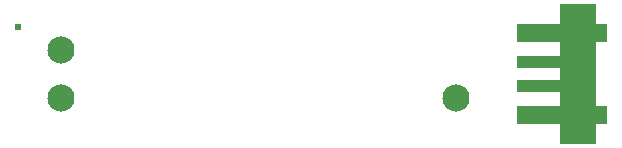
<source format=gbr>
G04 EAGLE Gerber RS-274X export*
G75*
%MOMM*%
%FSLAX34Y34*%
%LPD*%
%INSoldermask Top*%
%IPPOS*%
%AMOC8*
5,1,8,0,0,1.08239X$1,22.5*%
G01*
%ADD10R,3.048000X11.938000*%
%ADD11R,7.601600X1.601600*%
%ADD12R,6.601600X1.101600*%
%ADD13C,2.301600*%
%ADD14C,0.601600*%


D10*
X501650Y0D03*
D11*
X488410Y35000D03*
D12*
X483410Y10000D03*
X483410Y-10000D03*
D11*
X488410Y-35000D03*
D13*
X63640Y20000D03*
X63640Y-20000D03*
X398640Y-20000D03*
D14*
X27940Y39370D03*
M02*

</source>
